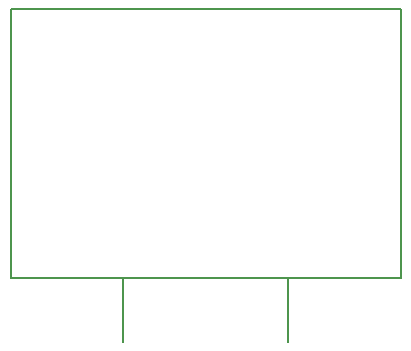
<source format=gbr>
G04 #@! TF.GenerationSoftware,KiCad,Pcbnew,(5.1.8)-1*
G04 #@! TF.CreationDate,2022-07-09T03:05:26+02:00*
G04 #@! TF.ProjectId,BulkyMIDI-32 Module Panel,42756c6b-794d-4494-9449-2d3332204d6f,rev?*
G04 #@! TF.SameCoordinates,Original*
G04 #@! TF.FileFunction,OtherDrawing,Comment*
%FSLAX46Y46*%
G04 Gerber Fmt 4.6, Leading zero omitted, Abs format (unit mm)*
G04 Created by KiCad (PCBNEW (5.1.8)-1) date 2022-07-09 03:05:26*
%MOMM*%
%LPD*%
G01*
G04 APERTURE LIST*
%ADD10C,0.150000*%
G04 APERTURE END LIST*
D10*
X148090000Y-140417000D02*
X148090000Y-145817000D01*
X134090000Y-140417000D02*
X134090000Y-145817000D01*
X124580000Y-140417000D02*
X157600000Y-140417000D01*
X157600000Y-140417000D02*
X157600000Y-117642000D01*
X157600000Y-117642000D02*
X124580000Y-117642000D01*
X124580000Y-117642000D02*
X124580000Y-140417000D01*
M02*

</source>
